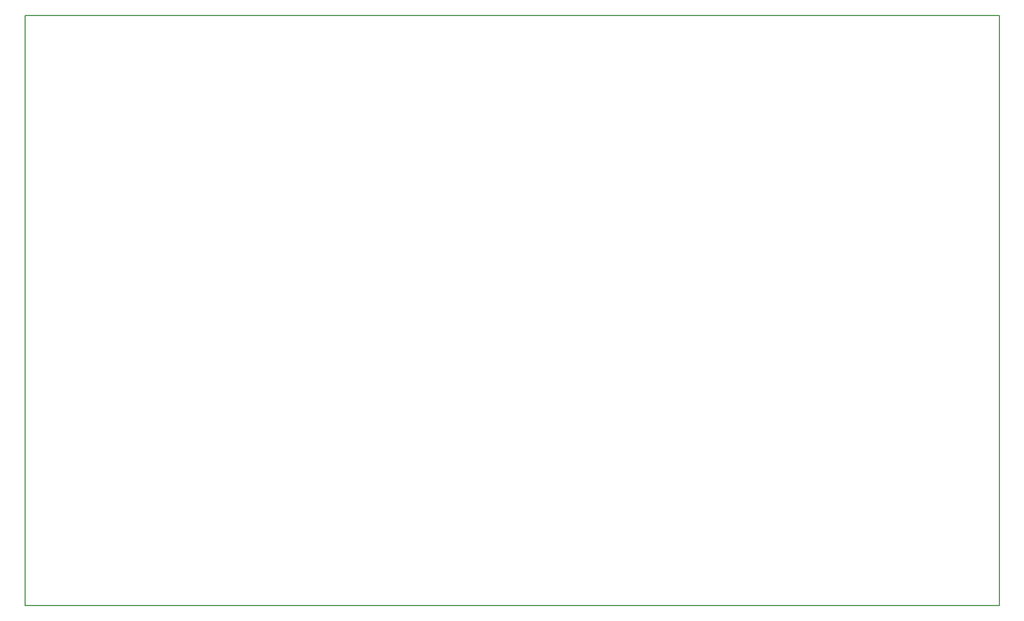
<source format=gko>
G04*
G04 #@! TF.GenerationSoftware,Altium Limited,Altium Designer,19.0.15 (446)*
G04*
G04 Layer_Color=8388736*
%FSLAX25Y25*%
%MOIN*%
G70*
G01*
G75*
%ADD74C,0.00787*%
D74*
X-37500Y1500D02*
Y370000D01*
X570500D01*
X-37500Y1500D02*
X570500D01*
Y370000D01*
M02*

</source>
